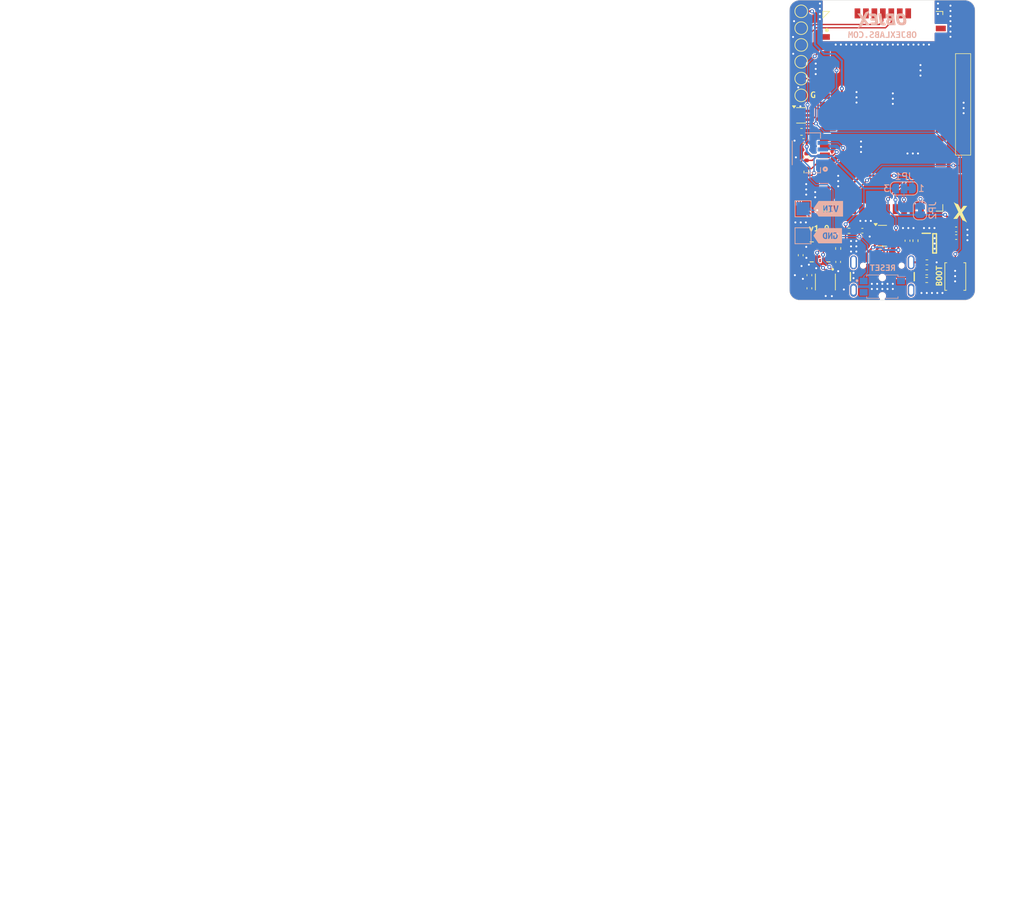
<source format=kicad_pcb>
(kicad_pcb (version 20240108) (generator "pcbnew") (generator_version "8.0")
  (layers (0 "F.Cu" signal) (31 "B.Cu" signal) (34 "B.Paste" user) (35 "F.Paste" user) (36 "B.SilkS" user "B.Silkscreen") (37 "F.SilkS" user "F.Silkscreen") (38 "B.Mask" user) (39 "F.Mask" user) (44 "Edge.Cuts" user))
  (net 0 "")
  (net 1 "+3V3")
  (net 2 "GND")
  (net 3 "+5V")
  (net 4 "/~{RESET}")
  (net 5 "Net-(IC1-RES_N)")
  (net 9 "/SCL")
  (net 10 "/SDA")
  (net 11 "Net-(IC2-EN)")
  (net 13 "Net-(J1-CC2)")
  (net 14 "Net-(J1-SHELL_GND-PadS1)")
  (net 15 "/D-")
  (net 16 "Net-(J1-CC1)")
  (net 18 "/D+")
  (net 20 "VIN")
  (net 21 "/VDD_RTC")
  (net 22 "Net-(JP2-B)")
  (net 23 "/DTR")
  (net 24 "/RTS")
  (net 25 "/GPIO0")
  (net 28 "/TXD")
  (net 29 "/RXD")
  (net 46 "/REED_SWITCH")
  (footprint "TestPoint:TestPoint_Pad_D1.5mm" (layer "F.Cu") (at 135.425 70.325 -90)
    (property "Reference" "TP5" (hide yes))
    (property "Value" "DTR")
  )
  (footprint "TestPoint:TestPoint_Pad_D1.5mm" (layer "F.Cu") (at 135.425 62.75 -90)
    (property "Reference" "TP2" (hide yes))
    (property "Value" "TX")
  )
  (footprint "Fiducial:Fiducial_0.5mm_Mask1mm" (layer "F.Cu") (at 135.175 102.025)
    (property "Reference" "FID2" (hide yes))
    (property "Value" "Fiducial")
  )
  (footprint "Resistor_SMD:R_0402_1005Metric" (layer "F.Cu") (at 142.6 93.175)
    (property "Reference" "R8" (hide yes))
    (property "Value" "10K")
  )
  (footprint "Button_Switch_SMD:SW_Push_SPST_NO_Alps_SKRK" (layer "F.Cu") (at 158.55 100.05 90)
    (property "Reference" "SW2" (hide yes))
    (property "Value" "BOOT")
  )
  (footprint "TestPoint:TestPoint_Pad_D1.5mm" (layer "F.Cu") (at 135.425 60.225 -90)
    (property "Reference" "TP1" (hide yes))
    (property "Value" "3V3")
  )
  (footprint "Resistor_SMD:R_0402_1005Metric" (layer "F.Cu") (at 154.265 100.575)
    (property "Reference" "R5" (hide yes))
    (property "Value" "5.1K")
  )
  (footprint "Capacitor_SMD:C_0402_1005Metric" (layer "F.Cu") (at 144.6 93.175)
    (property "Reference" "C8" (hide yes))
    (property "Value" "10uF")
  )
  (footprint "Resistor_SMD:R_0402_1005Metric" (layer "F.Cu") (at 154.285 97.925)
    (property "Reference" "R3" (hide yes))
    (property "Value" "1M")
  )
  (footprint "TestPoint:TestPoint_Pad_D1.5mm" (layer "F.Cu") (at 135.425 65.275 -90)
    (property "Reference" "TP3" (hide yes))
    (property "Value" "RX")
  )
  (footprint "Resistor_SMD:R_0402_1005Metric" (layer "F.Cu") (at 152.575 94.675 -90)
    (property "Reference" "R2" (hide yes))
    (property "Value" "10K")
  )
  (footprint "Resistor_SMD:R_0402_1005Metric" (layer "F.Cu") (at 140.975 95.84 90)
    (property "Reference" "R1" (hide yes))
    (property "Value" "10K")
  )
  (footprint "Resistor_SMD:R_0402_1005Metric" (layer "F.Cu") (at 154.265 99.425)
    (property "Reference" "R4" (hide yes))
    (property "Value" "5.1K")
  )
  (footprint "kibuzzard-667956CB" (layer "F.Cu") (at 137.2 72.75)
    (property "Reference" "kibuzzard-667956CB" (hide yes))
    (property "Value" "G***" (hide yes))
  )
  (footprint "Capacitor_SMD:C_0402_1005Metric" (layer "F.Cu") (at 158.68 92.975)
    (property "Reference" "C10" (hide yes))
    (property "Value" "10uF")
  )
  (footprint "Capacitor_SMD:C_0603_1608Metric" (layer "F.Cu") (at 135.475 78.325 180)
    (property "Reference" "C6" (hide yes))
    (property "Value" "22uF")
  )
  (footprint "Capacitor_SMD:C_0402_1005Metric" (layer "F.Cu") (at 158.685 94.125)
    (property "Reference" "C9" (hide yes))
    (property "Value" "1uF")
  )
  (footprint "lib:GCT_USB4105-GF-A" (layer "F.Cu") (at 147.6 102.1)
    (property "Reference" "J1" (hide yes))
    (property "Value" "USB4105-GF-A")
  )
  (footprint "Capacitor_SMD:C_0402_1005Metric" (layer "F.Cu") (at 151.375 94.675 -90)
    (property "Reference" "C5" (hide yes))
    (property "Value" "10uF")
  )
  (footprint "kibuzzard-667957A8" (layer "F.Cu") (at 138.075 92.8)
    (property "Reference" "kibuzzard-667957A8" (hide yes))
    (property "Value" "G***" (hide yes))
  )
  (footprint "Resistor_SMD:R_0402_1005Metric" (layer "F.Cu") (at 136.225 84.35 90)
    (property "Reference" "R6" (hide yes))
    (property "Value" "10K")
  )
  (footprint "lib:ZMOD4410AI1R" (layer "F.Cu") (at 138.25 96.35 180)
    (property "Reference" "IC1" (hide yes))
    (property "Value" "ZMOD4410AI1R" (hide yes))
  )
  (footprint "kibuzzard-66795660" (layer "F.Cu") (at 156.1 99.925 90)
    (property "Reference" "kibuzzard-66795660" (hide yes))
    (property "Value" "G***" (hide yes))
  )
  (footprint "TestPoint:TestPoint_Pad_D1.5mm" (layer "F.Cu") (at 135.425 67.8 -90)
    (property "Reference" "TP4" (hide yes))
    (property "Value" "RTS")
  )
  (footprint "Resistor_SMD:R_0402_1005Metric" (layer "F.Cu") (at 136.225 82.1 -90)
    (property "Reference" "R7" (hide yes))
    (property "Value" "10K")
  )
  (footprint "lib:MDSM4R1218" (layer "F.Cu") (at 159.725 74.205 90)
    (property "Reference" "S2" (hide yes))
    (property "Value" "MDSM-4R-12-18" (hide yes))
  )
  (footprint "TestPoint:TestPoint_Pad_D1.5mm" (layer "F.Cu") (at 135.425 72.85 -90)
    (property "Reference" "TP6" (hide yes))
    (property "Value" "GND")
  )
  (footprint "Capacitor_SMD:C_0402_1005Metric" (layer "F.Cu") (at 140.975 97.86 -90)
    (property "Reference" "C2" (hide yes))
    (property "Value" "1uF")
  )
  (footprint "Capacitor_SMD:C_0402_1005Metric" (layer "F.Cu") (at 135.775 79.7 180)
    (property "Reference" "C7" (hide yes))
    (property "Value" "1uF")
  )
  (footprint "libMaster:Xlogo" (layer "F.Cu") (at 159.3 90.425 180)
    (property "Reference" "G***" (hide yes))
    (property "Value" "LOGO" (hide yes))
  )
  (footprint "lib:XDCR_HS3001" (layer "F.Cu") (at 139.05 100.875 -90)
    (property "Reference" "U1" (hide yes))
    (property "Value" "HS3001")
  )
  (footprint "lib:SOT94P280X100-5N" (layer "F.Cu") (at 155.45 95.075)
    (property "Reference" "IC2" (hide yes))
    (property "Value" "RT9080-33GJ5" (hide yes))
  )
  (footprint "Capacitor_SMD:C_0402_1005Metric" (layer "F.Cu") (at 136.65 101.82 90)
    (property "Reference" "C4" (hide yes))
    (property "Value" "0.1uF")
  )
  (footprint "lib:ELPM-S3XX" (layer "F.Cu") (at 147.75 75.715 -90)
    (property "Reference" "U2" (hide yes))
    (property "Value" "ELPM-S3LW")
  )
  (footprint "Package_TO_SOT_SMD:SOT-143" (layer "F.Cu") (at 147.6 93.925)
    (property "Reference" "D1" (hide yes))
    (property "Value" "SP0503BAHT")
  )
  (footprint "Capacitor_SMD:C_0402_1005Metric" (layer "F.Cu") (at 136.65 99.845 -90)
    (property "Reference" "C3" (hide yes))
    (property "Value" "0.1uF")
  )
  (footprint "Package_TO_SOT_SMD:SOT-363_SC-70-6" (layer "F.Cu") (at 135.425 75.85)
    (property "Reference" "Q1" (hide yes))
    (property "Value" "MUN5211DW1")
  )
  (footprint "Fiducial:Fiducial_0.5mm_Mask1mm" (layer "F.Cu") (at 159.975 60.125)
    (property "Reference" "FID1" (hide yes))
    (property "Value" "Fiducial")
  )
  (footprint "Capacitor_SMD:C_0402_1005Metric" (layer "F.Cu") (at 135.35 96.85 -90)
    (property "Reference" "C1" (hide yes))
    (property "Value" "10uF")
  )
  (footprint "lib:JST_SM04B-SRSS-TB(LF)(SN)" (layer "B.Cu") (at 138.65 81.475 90)
    (property "Reference" "J3" (hide yes))
    (property "Value" "SM04B-SRSS-TB(LF)(SN)")
  )
  (footprint "kibuzzard-667956E6" (layer "B.Cu") (at 139.475 89.875 180)
    (property "Reference" "kibuzzard-667956E6" (hide yes))
    (property "Value" "G***" (hide yes))
  )
  (footprint "Jumper:SolderJumper-3_P1.3mm_Bridged12_RoundedPad1.0x1.5mm_NumberLabels" (layer "B.Cu") (at 150.85 86.825 180)
    (property "Reference" "JP1")
    (property "Value" "SolderJumper_3_Bridged12")
  )
  (footprint "TestPoint:TestPoint_Pad_2.0x2.0mm" (layer "B.Cu") (at 135.7 89.875 180)
    (property "Reference" "TP7" (hide yes))
    (property "Value" "BATT")
  )
  (footprint "Jumper:SolderJumper-2_P1.3mm_Bridged_RoundedPad1.0x1.5mm" (layer "B.Cu") (at 153.25 90.125 90)
    (property "Reference" "JP2")
    (property "Value" "SolderJumper_2_Bridged")
  )
  (footprint "kibuzzard-66795678" (layer "B.Cu") (at 147.625 98.725 180)
    (property "Reference" "kibuzzard-66795678" (hide yes))
    (property "Value" "G***" (hide yes))
  )
  (footprint "LOGO" (layer "B.Cu") (at 147.5 61.425 180)
    (property "Reference" "G***" (hide yes))
    (property "Value" "LOGO" (hide yes))
  )
  (footprint "lib:436331045822" (layer "B.Cu") (at 147.6 101.575 180)
    (property "Reference" "S1" (hide yes))
    (property "Value" "436331045822" (hide yes))
  )
  (footprint "kibuzzard-6676ECD5" (layer "B.Cu") (at 139.4 93.925 180)
    (property "Reference" "kibuzzard-6676ECD5" (hide yes))
    (property "Value" "G***" (hide yes))
  )
  (footprint "TestPoint:TestPoint_Pad_2.0x2.0mm" (layer "B.Cu") (at 135.7 93.925 180)
    (property "Reference" "TP8" (hide yes))
    (property "Value" "GND")
  )
  (footprint "kibuzzard-64D611C7" (layer "B.Cu") (at 147.6 63.725 180)
    (property "Reference" "kibuzzard-64D611C7" (hide yes))
    (property "Value" "G***" (hide yes))
  )
  (gr_arc (start 161.5 102.075) (mid 161.06066 103.13566) (end 160 103.575) (stroke (width 0.05)) (layer "Edge.Cuts"))
  (gr_arc (start 133.675 60.075) (mid 134.11434 59.01434) (end 135.175 58.575) (stroke (width 0.05)) (layer "Edge.Cuts"))
  (gr_line (start 161.5 60.075) (end 161.5 102.075) (stroke (width 0.05)) (layer "Edge.Cuts"))
  (gr_line (start 133.675 102.075) (end 133.675 60.075) (stroke (width 0.05)) (layer "Edge.Cuts"))
  (gr_arc (start 160 58.575) (mid 161.06066 59.01434) (end 161.5 60.075) (stroke (width 0.05)) (layer "Edge.Cuts"))
  (gr_line (start 160 103.575) (end 135.175 103.575) (stroke (width 0.05)) (layer "Edge.Cuts"))
  (gr_line (start 135.175 58.575) (end 160 58.575) (stroke (width 0.05)) (layer "Edge.Cuts"))
  (gr_arc (start 135.175 103.575) (mid 134.11434 103.13566) (end 133.675 102.075) (stroke (width 0.05)) (layer "Edge.Cuts"))
  (segment (start 134.88 96.37) (end 134.7 96.55) (width 0.2) (layer "F.Cu") (net 1))
  (segment (start 137.6 101.925) (end 138.05 101.925) (width 0.2) (layer "F.Cu") (net 1))
  (segment (start 136.25 80.55) (end 136.25 79.705) (width 0.3) (layer "F.Cu") (net 1))
  (segment (start 135.37 96.35) (end 135.35 96.37) (width 0.2) (layer "F.Cu") (net 1))
  (segment (start 135.35 96.37) (end 134.88 96.37) (width 0.2) (layer "F.Cu") (net 1))
  (segment (start 158.205 94.125) (end 158.205 92.98) (width 0.3) (layer "F.Cu") (net 1))
  (segment (start 140.975 96.35) (end 141.6 96.35) (width 0.2) (layer "F.Cu") (net 1))
  (segment (start 158.195 94.135) (end 158.205 94.125) (width 0.3) (layer "F.Cu") (net 1))
  (segment (start 136.25 79.705) (end 136.255 79.7) (width 0.3) (layer "F.Cu") (net 1))
  (segment (start 139.55 94.575) (end 140.95 93.175) (width 0.2) (layer "F.Cu") (net 1))
  (segment (start 140.95 93.175) (end 142.09 93.175) (width 0.2) (layer "F.Cu") (net 1))
  (segment (start 136.99 84.86) (end 137.35 84.5) (width 0.2) (layer "F.Cu") (net 1))
  (segment (start 134.7 98.975) (end 135.09 99.365) (width 0.2) (layer "F.Cu") (net 1))
  (segment (start 140.975 96.35) (end 140.975 97.38) (width 0.2) (layer "F.Cu") (net 1))
  (segment (start 142.09 95.86) (end 142.09 93.175) (width 0.2) (layer "F.Cu") (net 1))
  (segment (start 142.09 100.085) (end 142.09 95.86) (width 0.2) (layer "F.Cu") (net 1))
  (segment (start 142.09 93.175) (end 142.09 92.21) (width 0.2) (layer "F.Cu") (net 1))
  (segment (start 136.225 80.575) (end 136.25 80.55) (width 0.2) (layer "F.Cu") (net 1))
  (segment (start 140.945 97.35) (end 140.975 97.38) (width 0.2) (layer "F.Cu") (net 1))
  (segment (start 136.65 99.365) (end 137.14 99.365) (width 0.2) (layer "F.Cu") (net 1))
  (segment (start 135.425 60.225) (end 137.05 60.225) (width 0.3) (layer "F.Cu") (net 1))
  (segment (start 140.505 78.045) (end 141.524992 77.025008) (width 0.3) (layer "F.Cu") (net 1))
  (segment (start 136.95 96.35) (end 135.37 96.35) (width 0.2) (layer "F.Cu") (net 1))
  (segment (start 158.2 92.975) (end 158.2 91.950002) (width 0.3) (layer "F.Cu") (net 1))
  (segment (start 135.09 99.365) (end 136.65 99.365) (width 0.2) (layer "F.Cu") (net 1))
  (segment (start 137.225 102.3) (end 137.6 101.925) (width 0.2) (layer "F.Cu") (net 1))
  (segment (start 138.9 101.075) (end 141.1 101.075) (width 0.2) (layer "F.Cu") (net 1))
  (segment (start 136.255 78.33) (end 136.25 78.325) (width 0.3) (layer "F.Cu") (net 1))
  (segment (start 137.35 84.55) (end 137.35 84.5) (width 0.2) (layer "F.Cu") (net 1))
  (segment (start 136.225 84.86) (end 136.99 84.86) (width 0.2) (layer "F.Cu") (net 1))
  (segment (start 156.7 94.135) (end 158.195 94.135) (width 0.3) (layer "F.Cu") (net 1))
  (segment (start 141.6 96.35) (end 142.09 95.86) (width 0.2) (layer "F.Cu") (net 1))
  (segment (start 138.05 101.925) (end 138.9 101.075) (width 0.2) (layer "F.Cu") (net 1))
  (segment (start 149.59 88.54) (end 149.575 88.525) (width 0.3) (layer "F.Cu") (net 1))
  (segment (start 158.2 91.950002) (end 157.024998 90.775) (width 0.3) (layer "F.Cu") (net 1))
  (segment (start 137.14 99.365) (end 137.6 99.825) (width 0.2) (layer "F.Cu") (net 1))
  (segment (start 149.59 90.135) (end 149.59 88.54) (width 0.3) (layer "F.Cu") (net 1))
  (segment (start 136.225 81.59) (end 136.225 80.575) (width 0.2) (layer "F.Cu") (net 1))
  (segment (start 137.6 99.825) (end 138.05 99.825) (width 0.2) (layer "F.Cu") (net 1))
  (segment (start 134.7 96.55) (end 134.7 98.975) (width 0.2) (layer "F.Cu") (net 1))
  (segment (start 136.65 102.3) (end 137.225 102.3) (width 0.2) (layer "F.Cu") (net 1))
  (segment (start 136.525 78.05) (end 138.77 78.05) (width 0.3) (layer "F.Cu") (net 1))
  (segment (start 141.524992 77.025008) (end 141.524992 71.825004) (width 0.3) (layer "F.Cu") (net 1))
  (segment (start 138.05 99.825) (end 138.05 101.925) (width 0.2) (layer "F.Cu") (net 1))
  (segment (start 138.77 78.05) (end 138.775 78.045) (width 0.3) (layer "F.Cu") (net 1))
  (segment (start 158.205 92.98) (end 158.2 92.975) (width 0.3) (layer "F.Cu") (net 1))
  (segment (start 139.55 95.35) (end 139.55 94.575) (width 0.2) (layer "F.Cu") (net 1))
  (segment (start 141.1 101.075) (end 142.09 100.085) (width 0.2) (layer "F.Cu") (net 1))
  (segment (start 138.775 78.045) (end 140.505 78.045) (width 0.3) (layer "F.Cu") (net 1))
  (segment (start 139.55 97.35) (end 140.945 97.35) (width 0.2) (layer "F.Cu") (net 1))
  (segment (start 136.255 79.7) (end 136.255 78.33) (width 0.3) (layer "F.Cu") (net 1))
  (via (at 157.024998 90.775) (size 0.6) (drill 0.3) (layers "F.Cu" "B.Cu") (net 1))
  (via (at 137.05 60.225) (size 0.6) (drill 0.3) (layers "F.Cu" "B.Cu") (net 1))
  (via (at 149.575 88.525) (size 0.6) (drill 0.3) (layers "F.Cu" "B.Cu") (net 1))
  (via (at 142.090002 92.209999) (size 0.6) (drill 0.3) (layers "F.Cu" "B.Cu") (net 1))
  (via (at 136.25 80.55) (size 0.6) (drill 0.3) (layers "F.Cu" "B.Cu") (net 1))
  (via (at 141.524992 71.825004) (size 0.6) (drill 0.3) (layers "F.Cu" "B.Cu") (net 1))
  (via (at 137.35 84.5) (size 0.6) (drill 0.3) (layers "F.Cu" "B.Cu") (net 1))
  (segment (start 142.090002 92.209999) (end 144.83505 89.464951) (width 0.2) (layer "B.Cu") (net 1))
  (segment (start 137.35 82.4) (end 137.775 81.975) (width 0.2) (layer "B.Cu") (net 1))
  (segment (start 141.524992 71.825004) (end 141.524992 67.649992) (width 0.3) (layer "B.Cu") (net 1))
  (segment (start 138.85 66.6) (end 137.475 65.225) (width 0.3) (layer "B.Cu") (net 1))
  (segment (start 136.925 81.975) (end 136.475 81.525) (width 0.3) (layer "B.Cu") (net 1))
  (segment (start 136.475 81.525) (end 136.25 81.3) (width 0.3) (layer "B.Cu") (net 1))
  (segment (start 153.25 90.775) (end 150.225 90.775) (width 0.3) (layer "B.Cu") (net 1))
  (segment (start 137.35 82.4) (end 137.35 84.5) (width 0.2) (layer "B.Cu") (net 1))
  (segment (start 149.55 88.5) (end 149.575 88.525) (width 0.3) (layer "B.Cu") (net 1))
  (segment (start 149.55 86.825) (end 144.83505 86.825) (width 0.3) (layer "B.Cu") (net 1))
  (segment (start 153.25 90.775) (end 157.024998 90.775) (width 0.3) (layer "B.Cu") (net 1))
  (segment (start 150.225 90.775) (end 149.575 90.125) (width 0.3) (layer "B.Cu") (net 1))
  (segment (start 149.55 86.825) (end 149.55 88.5) (width 0.3) (layer "B.Cu") (net 1))
  (segment (start 144.83505 89.464951) (end 144.83505 86.825) (width 0.2) (layer "B.Cu") (net 1))
  (segment (start 140.475 66.6) (end 138.85 66.6) (width 0.3) (layer "B.Cu") (net 1))
  (segment (start 144.83505 86.825) (end 139.98505 81.975) (width 0.3) (layer "B.Cu") (net 1))
  (segment (start 141.524992 67.649992) (end 140.475 66.6) (width 0.3) (layer "B.Cu") (net 1))
  (segment (start 138.65 81.975) (end 136.925 81.975) (width 0.3) (layer "B.Cu") (net 1))
  (segment (start 137.475 65.225) (end 137.475 60.65) (width 0.3) (layer "B.Cu") (net 1))
  (segment (start 139.98505 81.975) (end 138.65 81.975) (width 0.3) (layer "B.Cu") (net 1))
  (segment (start 149.575 90.125) (end 149.575 88.525) (width 0.3) (layer "B.Cu") (net 1))
  (segment (start 137.775 81.975) (end 138.65 81.975) (width 0.2) (layer "B.Cu") (net 1))
  (segment (start 136.25 81.3) (end 136.25 80.55) (width 0.3) (layer "B.Cu") (net 1))
  (segment (start 137.475 60.65) (end 137.05 60.225) (width 0.3) (layer "B.Cu") (net 1))
  (via (at 138.225 59.05) (size 0.6) (drill 0.3) (layers "F.Cu" "B.Cu") (net 2))
  (via (at 154.275 102.525) (size 0.6) (drill 0.3) (layers "F.Cu" "B.Cu") (net 2))
  (via (at 135.475 98.475) (size 0.6) (drill 0.3) (layers "F.Cu" "B.Cu") (net 2))
  (via (at 158.525 99.2) (size 0.6) (drill 0.3) (layers "F.Cu" "B.Cu") (net 2))
  (via (at 144.5 65.225) (size 0.6) (drill 0.3) (layers "F.Cu" "B.Cu") (net 2))
  (via (at 140.975 85.725) (size 0.6) (drill 0.3) (layers "F.Cu" "B.Cu") (net 2))
  (via (at 153.85 92.775) (size 0.6) (drill 0.3) (layers "F.Cu" "B.Cu") (net 2))
  (via (at 155.45 95.875) (size 0.6) (drill 0.3) (layers "F.Cu" "B.Cu") (net 2))
  (via (at 134.475 99.85) (size 0.6) (drill 0.3) (layers "F.Cu" "B.Cu") (net 2))
  (via (at 154.65 92.775) (size 0.6) (drill 0.3) (layers "F.Cu" "B.Cu") (net 2))
  (via (at 138.225 60.625) (size 0.6) (drill 0.3) (layers "F.Cu" "B.Cu") (net 2))
  (via (at 151.375 81.575) (size 0.6) (drill 0.3) (layers "F.Cu" "B.Cu") (net 2))
  (via (at 157.825 61.7) (size 0.6) (drill 0.3) (layers "F.Cu" "B.Cu") (net 2))
  (via (at 145.875 91.7) (size 0.6) (drill 0.3) (layers "F.Cu" "B.Cu") (net 2))
  (via (at 153.025 65.225) (size 0.6) (drill 0.3) (layers "F.Cu" "B.Cu") (net 2))
  (via (at 134.2 64.075) (size 0.6) (drill 0.3) (layers "F.Cu" "B.Cu") (net 2))
  (via (at 146.825 101.15) (size 0.6) (drill 0.3) (layers "F.Cu" "B.Cu") (net 2))
  (via (at 147.6 101.925) (size 0.6) (drill 0.3) (layers "F.Cu" "B.Cu") (net 2))
  (via (at 136.2 97.25) (size 0.6) (drill 0.3) (layers "F.Cu" "B.Cu") (net 2))
  (via (at 137.6 68.075) (size 0.6) (drill 0.3) (layers "F.Cu" "B.Cu") (net 2))
  (via (at 149.175 73.35) (size 0.6) (drill 0.3) (layers "F.Cu" "B.Cu") (net 2))
  (via (at 144.4 81.35) (size 0.6) (drill 0.3) (layers "F.Cu" "B.Cu") (net 2))
  (via (at 146.825 101.925) (size 0.6) (drill 0.3) (layers "F.Cu" "B.Cu") (net 2))
  (via (at 140.975 84.925) (size 0.6) (drill 0.3) (layers "F.Cu" "B.Cu") (net 2))
  (via (at 142.9 95.525) (size 0.6) (drill 0.3) (layers "F.Cu" "B.Cu") (net 2))
  (via (at 137.6 69.65) (size 0.6) (drill 0.3) (layers "F.Cu" "B.Cu") (net 2))
  (via (at 155.45 95.1) (size 0.6) (drill 0.3) (layers "F.Cu" "B.Cu") (net 2))
  (via (at 136.175 86.975) (size 0.6) (drill 0.3) (layers "F.Cu" "B.Cu") (net 2))
  (via (at 157.825 60.175) (size 0.6) (drill 0.3) (layers "F.Cu" "B.Cu") (net 2))
  (via (at 140.975 99.25) (size 0.6) (drill 0.3) (layers "F.Cu" "B.Cu") (net 2))
  (via (at 155.05 102.525) (size 0.6) (drill 0.3) (layers "F.Cu" "B.Cu") (net 2))
  (via (at 138.225 59.85) (size 0.6) (drill 0.3) (layers "F.Cu" "B.Cu") (net 2))
  (via (at 148.4 65.225) (size 0.6) (drill 0.3) (layers "F.Cu" "B.Cu") (net 2))
  (via (at 155.75 97.925) (size 0.6) (drill 0.3) (layers "F.Cu" "B.Cu") (net 2))
  (via (at 153.325 69.1) (size 0.6) (drill 0.3) (layers "F.Cu" "B.Cu") (net 2))
  (via (at 146.075 65.225) (size 0.6) (drill 0.3) (layers "F.Cu" "B.Cu") (net 2))
  (via (at 143.725 72.35) (size 0.6) (drill 0.3) (layers "F.Cu" "B.Cu") (net 2))
  (via (at 152.175 81.575) (size 0.6) (drill 0.3) (layers "F.Cu" "B.Cu") (net 2))
  (via (at 152.275 92.775) (size 0.6) (drill 0.3) (layers "F.Cu" "B.Cu") (net 2))
  (via (at 147.6 65.225) (size 0.6) (drill 0.3) (layers "F.Cu" "B.Cu") (net 2))
  (via (at 149.175 101.15) (size 0.6) (drill 0.3) (layers "F.Cu" "B.Cu") (net 2))
  (via (at 153.8 65.225) (size 0.6) (drill 0.3) (layers "F.Cu" "B.Cu") (net 2))
  (via (at 155.425 92.775) (size 0.6) (drill 0.3) (layers "F.Cu" "B.Cu") (net 2))
  (via (at 157.825 63.275) (size 0.6) (drill 0.3) (layers "F.Cu" "B.Cu") (net 2))
  (via (at 141.375 65.225) (size 0.6) (drill 0.3) (layers "F.Cu" "B.Cu") (net 2))
  (via (at 144.4 79.775) (size 0.6) (drill 0.3) (layers "F.Cu" "B.Cu") (net 2))
  (via (at 146.825 65.225) (size 0.6) (drill 0.3) (layers "F.Cu" "B.Cu") (net 2))
  (via (at 143.725 65.225) (size 0.6) (drill 0.3) (layers "F.Cu" "B.Cu") (net 2))
  (via (at 159.8 73.95) (size 0.6) (drill 0.3) (layers "F.Cu" "B.Cu") (net 2))
  (via (at 149.925 65.225) (size 0.6) (drill 0.3) (layers "F.Cu" "B.Cu") (net 2))
  (via (at 153.325 69.875) (size 0.6) (drill 0.3) (layers "F.Cu" "B.Cu") (net 2))
  (via (at 150.7 65.225) (size 0.6) (drill 0.3) (layers "F.Cu" "B.Cu") (net 2))
  (via (at 142.175 65.225) (size 0.6) (drill 0.3) (layers "F.Cu" "B.Cu") (net 2))
  (via (at 148.375 101.15) (size 0.6) (drill 0.3) (layers "F.Cu" "B.Cu") (net 2))
  (via (at 149.175 74.125) (size 0.6) (drill 0.3) (layers "F.Cu" "B.Cu") (net 2))
  (via (at 158.525 100) (size 0.6) (drill 0.3) (layers "F.Cu" "B.Cu") (net 2))
  (via (at 156.625 102.525) (size 0.6) (drill 0.3) (layers "F.Cu" "B.Cu") (net 2))
  (via (at 155.45 94.3) (size 0.6) (drill 0.3) (layers "F.Cu" "B.Cu") (net 2))
  (via (at 135.675 100.4) (size 0.6) (drill 0.3) (layers "F.Cu" "B.Cu") (net 2))
  (via (at 136.575 98.275) (size 0.6) (drill 0.3) (layers "F.Cu" "B.Cu") (net 2))
  (via (at 152.95 81.575) (size 0.6) (drill 0.3) (layers "F.Cu" "B.Cu") (net 2))
  (via (at 134.425 79.65) (size 0.6) (drill 0.3) (layers "F.Cu" "B.Cu") (net 2))
  (via (at 157.825 60.95) (size 0.6) (drill 0.3) (layers "F.Cu" "B.Cu") (net 2))
  (via (at 137.525 88.15) (size 0.6) (drill 0.3) (layers "F.Cu" "B.Cu") (net 2))
  (via (at 143.275 100.3) (size 0.6) (drill 0.3) (layers "F.Cu" "B.Cu") (net 2))
  (via (at 153.475 102.525) (size 0.6) (drill 0.3) (layers "F.Cu" "B.Cu") (net 2))
  (via (at 143.725 73.15) (size 0.6) (drill 0.3) (layers "F.Cu" "B.Cu") (net 2))
  (via (at 134.625 82.15) (size 0.6) (drill 0.3) (layers "F.Cu" "B.Cu") (net 2))
  (via (at 153.325 68.3) (size 0.6) (drill 0.3) (layers "F.Cu" "B.Cu") (net 2))
  (via (at 148.375 101.925) (size 0.6) (drill 0.3) (layers "F.Cu" "B.Cu") (net 2))
  (via (at 136.125 91.925) (size 0.6) (drill 0.3) (layers "F.Cu" "B.Cu") (net 2))
  (via (at 149.175 65.225) (size 0.6) (drill 0.3) (layers "F.Cu" "B.Cu") (net 2))
  (via (at 137.525 87.375) (size 0.6) (drill 0.3) (layers "F.Cu" "B.Cu") (net 2))
  (via (at 150.7 92.775) (size 0.6) (drill 0.3) (layers "F.Cu" "B.Cu") (net 2))
  (via (at 151.5 92.775) (size 0.6) (drill 0.3) (layers "F.Cu" "B.Cu") (net 2))
  (via (at 140.975 86.5) (size 0.6) (drill 0.3) (layers "F.Cu" "B.Cu") (net 2))
  (via (at 145.7 94.05) (size 0.6) (drill 0.3) (layers "F.Cu" "B.Cu") (net 2))
  (via (at 143.725 73.925) (size 0.6) (drill 0.3) (layers "F.Cu" "B.Cu") (net 2))
  (via (at 142.95 65.225) (size 0.6) (drill 0.3) (layers "F.Cu" "B.Cu") (net 2))
  (via (at 143.7 96.3) (size 0.6) (drill 0.3) (layers "F.Cu" "B.Cu") (net 2))
  (via (at 158.525 100.775) (size 0.6) (drill 0.3) (layers "F.Cu" "B.Cu") (net 2))
  (via (at 147.6 101.15) (size 0.6) (drill 0.3) (layers "F.Cu" "B.Cu") (net 2))
  (via (at 155.85 102.525) (size 0.6) (drill 0.3) (layers "F.Cu" "B.Cu") (net 2))
  (via (at 154.6 65.225) (size 0.6) (drill 0.3) (layers "F.Cu" "B.Cu") (net 2))
  (via (at 135.35 91.925) (size 0.6) (drill 0.3) (layers "F.Cu" "B.Cu") (net 2))
  (via (at 134.35 61.7) (size 0.6) (drill 0.3) (layers "F.Cu" "B.Cu") (net 2))
  (via (at 159.8 74.75) (size 0.6) (drill 0.3) (layers "F.Cu" "B.Cu") (net 2))
  (via (at 159.8 75.525) (size 0.6) (drill 0.3) (layers "F.Cu" "B.Cu") (net 2))
  (via (at 134.975 71.65) (size 0.6) (drill 0.3) (layers "F.Cu" "B.Cu") (net 2))
  (via (at 142.9 96.3) (size 0.6) (drill 0.3) (layers "F.Cu" "B.Cu") (net 2))
  (via (at 160.375 93.825) (size 0.6) (drill 0.3) (layers "F.Cu" "B.Cu") (net 2))
  (via (at 138.225 61.4) (size 0.6) (drill 0.3) (layers "F.Cu" "B.Cu") (net 2))
  (via (at 149.175 72.55) (size 0.6) (drill 0.3) (layers "F.Cu" "B.Cu") (net 2))
  (via (at 145.1 91.7) (size 0.6) (drill 0.3) (layers "F.Cu" "B.Cu") (net 2))
  (via (at 141.825 102) (size 0.6) (drill 0.3) (layers "F.Cu" "B.Cu") (net 2))
  (via (at 134.225 66.6) (size 0.6) (drill 0.3) (layers "F.Cu" "B.Cu") (net 2))
  (via (at 139.1 102.975) (size 0.6) (drill 0.3) (layers "F.Cu" "B.Cu") (net 2))
  (via (at 136.175 95.6) (size 0.6) (drill 0.3) (layers "F.Cu" "B.Cu") (net 2))
  (via (at 160.375 94.6) (size 0.6) (drill 0.3) (layers "F.Cu" "B.Cu") (net 2))
  (via (at 152.275 65.225) (size 0.6) (drill 0.3) (layers "F.Cu" "B.Cu") (net 2))
  (via (at 134.55 91.925) (size 0.6) (drill 0.3) (layers "F.Cu" "B.Cu") (net 2))
  (via (at 157.825 62.475) (size 0.6) (drill 0.3) (layers "F.Cu" "B.Cu") (net 2))
  (via (at 144.4 80.575) (size 0.6) (drill 0.3) (layers "F.Cu" "B.Cu") (net 2))
  (via (at 137.675 98.8) (size 0.6) (drill 0.3) (layers "F.Cu" "B.Cu") (net 2))
  (via (at 140.6 65.225) (size 0.6) (drill 0.3) (layers "F.Cu" "B.Cu") (net 2))
  (via (at 136.175 87.75) (size 0.6) (drill 0.3) (layers "F.Cu" "B.Cu") (net 2))
  (via (at 146.025 101.15) (size 0.6) (drill 0.3) (layers "F.Cu" "B.Cu") (net 2))
  (via (at 143.7 94.725) (size 0.6) (drill 0.3) (layers "F.Cu" "B.Cu") (net 2))
  (via (at 160.375 93.025) (size 0.6) (drill 0.3) (layers "F.Cu" "B.Cu") (net 2))
  (via (at 136.175 86.175) (size 0.6) (drill 0.3) (layers "F.Cu" "B.Cu") (net 2))
  (via (at 146.025 101.925) (size 0.6) (drill 0.3) (layers "F.Cu" "B.Cu") (net 2))
  (via (at 140.025 103) (size 0.6) (drill 0.3) (layers "F.Cu" "B.Cu") (net 2))
  (via (at 145.3 65.225) (size 0.6) (drill 0.3) (layers "F.Cu" "B.Cu") (net 2))
  (via (at 157.825 59.375) (size 0.6) (drill 0.3) (layers "F.Cu" "B.Cu") (net 2))
  (via (at 151.5 65.225) (size 0.6) (drill 0.3) (layers "F.Cu" "B.Cu") (net 2))
  (via (at 135.3 74.5) (size 0.6) (drill 0.3) (layers "F.Cu" "B.Cu") (net 2))
  (via (at 144.3 91.7) (size 0.6) (drill 0.3) (layers "F.Cu" "B.Cu") (net 2))
  (via (at 143.275 99.5) (size 0.6) (drill 0.3) (layers "F.Cu" "B.Cu") (net 2))
  (via (at 149.175 101.925) (size 0.6) (drill 0.3) (layers "F.Cu" "B.Cu") (net 2))
  (via (at 155.95 59.85) (size 0.6) (drill 0.3) (layers "F.Cu" "B.Cu") (net 2))
  (via (at 155.95 60.625) (size 0.6) (drill 0.3) (layers "F.Cu" "B.Cu") (net 2))
  (via (at 142.9 94.725) (size 0.6) (drill 0.3) (layers "F.Cu" "B.Cu") (net 2))
  (via (at 143.7 95.525) (size 0.6) (drill 0.3) (layers "F.Cu" "B.Cu") (net 2))
  (via (at 155.95 59.05) (size 0.6) (drill 0.3) (layers "F.Cu" "B.Cu") (net 2))
  (via (at 157.825 64.05) (size 0.6) (drill 0.3) (layers "F.Cu" "B.Cu") (net 2))
  (via (at 137.6 68.875) (size 0.6) (drill 0.3) (layers "F.Cu" "B.Cu") (net 2))
  (segment (start 150 94.875) (end 150.68 94.195) (width 0.3) (layer "F.Cu") (net 3))
  (segment (start 146.2 95.675) (end 146.2 95.625) (width 0.3) (layer "F.Cu") (net 3))
  (segment (start 146.6 95.225) (end 146.6 94.875) (width 0.3) (layer "F.Cu") (net 3))
  (segment (start 150 97.345) (end 150 96.075) (width 0.3) (layer "F.Cu") (net 3))
  (segment (start 152.575 94.165) (end 154.17 94.165) (width 0.3) (layer "F.Cu") (net 3))
  (segment (start 152.545 94.195) (end 152.575 94.165) (width 0.3) (layer "F.Cu") (net 3))
  (segment (start 150.68 94.195) (end 151.375 94.195) (width 0.3) (layer "F.Cu") (net 3))
  (segment (start 154.17 94.165) (end 154.2 94.135) (width 0.3) (layer "F.Cu") (net 3))
  (segment (start 151.375 94.195) (end 152.545 94.195) (width 0.3) (layer "F.Cu") (net 3))
  (segment (start 146.2 95.625) (end 146.6 95.225) (width 0.3) (layer "F.Cu") (net 3))
  (segment (start 150 96.075) (end 150 94.875) (width 0.3) (layer "F.Cu") (net 3))
  (segment (start 146.15 95.675) (end 146.2 95.675) (width 0.3) (layer "F.Cu") (net 3))
  (segment (start 145.2 97.345) (end 145.2 96.625) (width 0.3) (layer "F.Cu") (net 3))
  (segment (start 145.2 96.625) (end 146.15 95.675) (width 0.3) (layer "F.Cu") (net 3))
  (via (at 150 96.075) (size 0.6) (drill 0.3) (layers "F.Cu" "B.Cu") (net 3))
  (via (at 146.2 95.675) (size 0.6) (drill 0.3) (layers "F.Cu" "B.Cu") (net 3))
  (segment (start 147.475 95.675) (end 147.875 96.075) (width 0.3) (layer "B.Cu") (net 3))
  (segment (start 146.2 95.675) (end 147.475 95.675) (width 0.3) (layer "B.Cu") (net 3))
  (segment (start 147.875 96.075) (end 150 96.075) (width 0.3) (layer "B.Cu") (net 3))
  (segment (start 137.45 66.95) (end 137.45 66.975) (width 0.2) (layer "F.Cu") (net 4))
  (segment (start 137.425 66.975) (end 137.45 66.95) (width 0.2) (layer "F.Cu") (net 4))
  (segment (start 136.375 75.2) (end 136.375 74.25) (width 0.2) (layer "F.Cu") (net 4))
  (segment (start 138.775 66.615) (end 137.785 66.615) (width 0.2) (layer "F.Cu") (net 4))
  (segment (start 143.11 93.175) (end 144.12 93.175) (width 0.2) (layer "F.Cu") (net 4))
  (segment (start 137.785 66.615) (end 137.45 66.95) (width 0.2) (layer "F.Cu") (net 4))
  (segment (start 144.12 93.175) (end 144.12 94.02) (width 0.2) (layer "F.Cu") (net 4))
  (segment (start 137.45 66.975) (end 137.425 66.975) (width 0.2) (layer "F.Cu") (net 4))
  (segment (start 144.12 94.02) (end 144.15 94.05) (width 0.2) (layer "F.Cu") (net 4))
  (segment (start 136.375 74.25) (end 136.375003 74.249997) (width 0.2) (layer "F.Cu") (net 4))
  (via (at 144.15 94.05) (size 0.6) (drill 0.3) (layers "F.Cu" "B.Cu") (net 4))
  (via (at 136.375003 74.249997) (size 0.6) (drill 0.3) (layers "F.Cu" "B.Cu") (net 4))
  (via (at 137.45 66.975) (size 0.6) (drill 0.3) (layers "F.Cu" "B.Cu") (net 4))
  (segment (start 136.375 74.249994) (end 136.375003 74.249997) (width 0.2) (layer "B.Cu") (net 4))
  (segment (start 136.725 83.6625) (end 135.475 82.4125) (width 0.2) (layer "B.Cu") (net 4))
  (segment (start 135.475 80.45) (end 136.375003 79.549997) (width 0.2) (layer "B.Cu") (net 4))
  (segment (start 140.2 87.1) (end 139.3625 86.2625) (width 0.2) (layer "B.Cu") (net 4))
  (segment (start 145.375 95.275) (end 144.15 94.05) (width 0.2) (layer "B.Cu") (net 4))
  (segment (start 140.2 92.75) (end 140.2 87.1) (width 0.2) (layer "B.Cu") (net 4))
  (segment (start 139.3625 86.2625) (end 137.5875 86.2625) (width 0.2) (layer "B.Cu") (net 4))
  (segment (start 136.375003 79.549997) (end 136.375003 74.249997) (width 0.2) (layer "B.Cu") (net 4))
  (segment (start 137.5875 86.2625) (end 136.725 85.4) (width 0.2) (layer "B.Cu") (net 4))
  (segment (start 144.8 100.725) (end 144.8 100.075) (width 0.2) (layer "B.Cu") (net 4))
  (segment (start 136.725 85.4) (end 136.725 83.6625) (width 0.2) (layer "B.Cu") (net 4))
  (segment (start 144.8 100.075) (end 145.375 99.5) (width 0.2) (layer "B.Cu") (net 4))
  (segment (start 135.475 82.4125) (end 135.475 80.45) (width 0.2) (layer "B.Cu") (net 4))
  (segment (start 145.375 99.5) (end 145.375 95.275) (width 0.2) (layer "B.Cu") (net 4))
  (segment (start 137.45 66.975) (end 136.375 68.05) (width 0.2) (layer "B.Cu") (net 4))
  (segment (start 144.15 94.05) (end 141.5 94.05) (width 0.2) (layer "B.Cu") (net 4))
  (segment (start 141.5 94.05) (end 140.2 92.75) (width 0.2) (layer "B.Cu") (net 4))
  (segment (start 136.375 68.05) (end 136.375 74.249994) (width 0.2) (layer "B.Cu") (net 4))
  (segment (start 139.55 96.35) (end 140.025 96.35) (width 0.2) (layer "F.Cu") (net 5))
  (segment (start 140.2 96.175) (end 140.2 95.7) (width 0.2) (layer "F.Cu") (net 5))
  (segment (start 140.2 95.7) (end 140.57 95.33) (width 0.2) (layer "F.Cu") (net 5))
  (segment (start 140.025 96.35) (end 140.2 96.175) (width 0.2) (layer "F.Cu") (net 5))
  (segment (start 140.57 95.33) (end 140.975 95.33) (width 0.2) (layer "F.Cu") (net 5))
  (segment (start 136.225 83.84) (end 135.735 83.84) (width 0.2) (layer "F.Cu") (net 9))
  (segment (start 140.05 99.825) (end 140.05 99.025) (width 0.2) (layer "F.Cu") (net 9))
  (segment (start 141.725 81.925) (end 141.725 80.75) (width 0.2) (layer "F.Cu") (net 9))
  (segment (start 137.7 83.125) (end 136.985 83.84) (width 0.2) (layer "F.Cu") (net 9))
  (segment (start 140.05 99.025) (end 139.65 98.625) (width 0.2) (layer "F.Cu") (net 9))
  (segment (start 138.75 95.05) (end 138.75 96.725) (width 0.2) (layer "F.Cu") (net 9))
  (segment (start 138.775 83.125) (end 137.7 83.125) (width 0.2) (layer "F.Cu") (net 9))
  (segment (start 136.985 83.84) (end 136.225 83.84) (width 0.2) (layer "F.Cu") (net 9))
  (segment (start 135.275 89.05) (end 138.75 92.525) (width 0.2) (layer "F.Cu") (net 9))
  (segment (start 135.275 84.3) (end 135.275 89.05) (width 0.2) (layer "F.Cu") (net 9))
  (segment (start 140.525 83.125) (end 141.725 81.925) (width 0.2) (layer "F.Cu") (net 9))
  (segment (start 138.75 92.525) (end 138.75 95.05) (width 0.2) (layer "F.Cu") (net 9))
  (segment (start 138.775 83.125) (end 140.525 83.125) (width 0.2) (layer "F.Cu") (net 9))
  (segment (start 135.735 83.84) (end 135.275 84.3) (width 0.2) (layer "F.Cu") (net 9))
  (via (at 141.725 80.75) (size 0.6) (drill 0.3) (layers "F.Cu" "B.Cu") (net 9))
  (via (at 139.65 98.625) (size 0.6) (drill 0.3) (layers "F.Cu" "B.Cu") (net 9))
  (via (at 138.7 96.775) (size 0.6) (drill 0.3) (layers "F.Cu" "B.Cu") (net 9))
  (segment (start 140.95 79.975) (end 141.725 80.75) (width 0.2) (layer "B.Cu") (net 9))
  (segment (start 138.65 79.975) (end 140.95 79.975) (width 0.2) (layer "B.Cu") (net 9))
  (segment (start 138.7 97.675) (end 139.65 98.625) (width 0.2) (layer "B.Cu") (net 9))
  (segment (start 138.7 96.775) (end 138.7 97.675) (width 0.2) (layer "B.Cu") (net 9))
  (segment (start 138.25 92.625) (end 134.9 89.275) (width 0.2) (layer "F.Cu") (net 10))
  (segment (start 140.75 81.35) (end 140.750002 81.35) (width 0.2) (layer "F.Cu") (net 10))
  (segment (start 138.25 95.05) (end 138.25 92.625) (width 0.2) (layer "F.Cu") (net 10))
  (segment (start 138.25 95.05) (end 138.25 96.036468) (width 0.2) (layer "F.Cu") (net 10))
  (segment (start 138.25 96.036468) (end 137.814215 96.472253) (width 0.2) (layer "F.Cu") (net 10))
  (segment (start 134.9 83.3) (end 135.59 82.61) (width 0.2) (layer "F.Cu") (net 10))
  (segment (start 139.05 99.825) (end 139.05 99.075) (width 0.2) (layer "F.Cu") (net 10))
  (segment (start 137.845 81.855) (end 137.09 82.61) (width 0.2) (layer "F.Cu") (net 10))
  (segment (start 138.7 98.725) (end 138.725 98.75) (width 0.2) (layer "F.Cu") (net 10))
  (segment (start 138.775 81.855) (end 137.845 81.855) (width 0.2) (layer "F.Cu") (net 10))
  (segment (start 138.725 98.75) (end 138.7 98.75) (width 0.2) (layer "F.Cu") (net 10))
  (segment (start 140.75 81.349998) (end 140.750002 81.35) (width 0.2) (layer "F.Cu") (net 10))
  (segment (start 138.7 98.75) (end 138.7 98.725) (width 0.2) (layer "F.Cu") (net 10))
  (segment (start 135.59 82.61) (end 136.225 82.61) (width 0.2) (layer "F.Cu") (net 10))
  (segment (start 139.05 99.075) (end 138.725 98.75) (width 0.2) (layer "F.Cu") (net 10))
  (segment (start 137.814215 96.472253) (end 137.814215 96.474269) (width 0.2) (layer "F.Cu") (net 10))
  (segment (start 138.775 81.855) (end 140.245 81.855) (width 0.2) (layer "F.Cu") (net 10))
  (segment (start 140.245 81.855) (end 140.75 81.35) (width 0.2) (layer "F.Cu") (net 10))
  (segment (start 137.09 82.61) (end 136.225 82.61) (width 0.2) (layer "F.Cu") (net 10))
  (segment (start 134.9 89.275) (end 134.9 83.3) (width 0.2) (layer "F.Cu") (net 10))
  (via (at 137.814215 96.474269) (size 0.6) (drill 0.3) (layers "F.Cu" "B.Cu") (net 10))
  (via (at 140.750002 81.35) (size 0.6) (drill 0.3) (layers "F.Cu" "B.Cu") (net 10))
  (via (at 138.7 98.75) (size 0.6) (drill 0.3) (layers "F.Cu" "B.Cu") (net 10))
  (segment (start 140.375002 80.975) (end 140.750002 81.35) (width 0.2) (layer "B.Cu") (net 10))
  (segment (start 137.814215 96.474269) (end 137.814215 97.864215) (width 0.2) (layer "B.Cu") (net 10))
  (segment (start 137.814215 97.864215) (end 138.7 98.75) (width 0.2) (layer "B.Cu") (net 10))
  (segment (start 138.65 80.975) (end 140.375002 80.975) (width 0.2) (layer "B.Cu") (net 10))
  (segment (start 152.575 95.6) (end 152.99 96.015) (width 0.2) (layer "F.Cu") (net 11))
  (segment (start 152.99 96.015) (end 154.2 96.015) (width 0.2) (layer "F.Cu") (net 11))
  (segment (start 152.575 95.185) (end 152.575 95.6) (width 0.2) (layer "F.Cu") (net 11))
  (segment (start 149.35 97.345) (end 149.35 98.975) (width 0.2) (layer "F.Cu") (net 13))
  (segment (start 152.85 99.425) (end 153.755 99.425) (width 0.2) (layer "F.Cu") (net 13))
  (segment (start 149.35 98.975) (end 150.225 99.85) (width 0.2) (layer "F.Cu") (net 13))
  (segment (start 152.425 99.85) (end 152.85 99.425) (width 0.2) (layer "F.Cu") (net 13))
  (segment (start 150.225 99.85) (end 152.425 99.85) (width 0.2) (layer "F.Cu") (net 13))
  (segment (start 153.77 97.92) (end 153.775 97.925) (width 0.3) (layer "F.Cu") (net 14))
  (segment (start 151.92 97.92) (end 153.77 97.92) (width 0.3) (layer "F.Cu") (net 14))
  (segment (start 147.85 96.125) (end 147.85 94.525) (width 0.2) (layer "F.Cu") (net 15))
  (segment (start 148.6 93.775) (end 148.6 92.975) (width 0.2) (layer "F.Cu") (net 15))
  (segment (start 147.2 96.125) (end 147.85 96.125) (width 0.2) (layer "F.Cu") (net 15))
  (segment (start 147.85 94.525) (end 148.6 93.775) (width 0.2) (layer "F.Cu") (net 15))
  (segment (start 147.05 91) (end 147.05 90.135) (width 0.2) (layer "F.Cu") (net 15))
  (segment (start 146.85 96.475) (end 147.2 96.125) (width 0.2) (layer "F.Cu") (net 15))
  (segment (start 147.85 97.345) (end 147.85 96.125) (width 0.2) (layer "F.Cu") (net 15))
  (segment (start 148.6 92.975) (end 148.6 92.55) (width 0.2) (layer "F.Cu") (net 15))
  (segment (start 146.85 97.345) (end 146.85 96.475) (width 0.2) (layer "F.Cu") (net 15))
  (segment (start 148.6 92.55) (end 147.05 91) (width 0.2) (layer "F.Cu") (net 15))
  (segment (start 152.825 100.575) (end 152.475 100.225) (width 0.2) (layer "F.Cu") (net 16))
  (segment (start 147.025 99.075) (end 146.35 98.4) (width 0.2) (layer "F.Cu") (net 16))
  (segment (start 146.35 98.4) (end 146.35 97.345) (width 0.2) (layer "F.Cu") (net 16))
  (segment (start 152.475 100.225) (end 149.85 100.225) (width 0.2) (layer "F.Cu") (net 16))
  (segment (start 148.7 99.075) (end 147.025 99.075) (width 0.2) (layer "F.Cu") (net 16))
  (segment (start 153.755 100.575) (end 152.825 100.575) (width 0.2) (layer "F.Cu") (net 16))
  (segment (start 149.85 100.225) (end 148.7 99.075) (width 0.2) (layer "F.Cu") (net 16))
  (segment (start 148.2 98.25) (end 148.35 98.1) (width 0.2) (layer "F.Cu") (net 18))
  (segment (start 147.35 98.125) (end 147.475 98.25) (width 0.2) (layer "F.Cu") (net 18))
  (segment (start 148.35 98.1) (end 148.35 97.345) (width 0.2) (layer "F.Cu") (net 18))
  (segment (start 151.21 85.665) (end 148.45 88.425) (width 0.2) (layer "F.Cu") (net 18))
  (segment (start 148.35 97.345) (end 148.35 96.05) (width 0.2) (layer "F.Cu") (net 18))
  (segment (start 148.45 88.425) (end 148.475 88.4) (width 0.2) (layer "F.Cu") (net 18))
  (segment (start 148.6 94.85) (end 149.65 93.8) (width 0.2) (layer "F.Cu") (net 18))
  (segment (start 147.35 97.345) (end 147.35 98.125) (width 0.2) (layer "F.Cu") (net 18))
  (segment (start 149.65 93.8) (end 149.65 92.75) (width 0.2) (layer "F.Cu") (net 18))
  (segment (start 156.575 85.665) (end 151.21 85.665) (width 0.2) (layer "F.Cu") (net 18))
  (segment (start 148.6 95.8) (end 148.6 94.875) (width 0.2) (layer "F.Cu") (net 18))
  (segment (start 147.475 98.25) (end 148.2 98.25) (width 0.2) (layer "F.Cu") (net 18))
  (segment (start 148.35 96.05) (end 148.6 95.8) (width 0.2) (layer "F.Cu") (net 18))
  (via (at 148.45 88.425) (size 0.6) (drill 0.3) (layers "F.Cu" "B.Cu") (net 18))
  (via (at 149.65 92.75) (size 0.6) (drill 0.3) (layers "F.Cu" "B.Cu") (net 18))
  (segment (start 148.45 90.05) (end 149.65 91.25) (width 0.2) (layer "B.Cu") (net 18))
  (segment (start 149.65 91.25) (end 149.65 92.75) (width 0.2) (layer "B.Cu") (net 18))
  (segment (start 148.45 88.425) (end 148.45 90.05) (width 0.2) (layer "B.Cu") (net 18))
  (segment (start 140.7 88.575) (end 144.375 84.9) (width 0.3) (layer "F.Cu") (net 20))
  (segment (start 140.7 90.135) (end 137.86 90.135) (width 0.3) (layer "F.Cu") (net 20))
  (segment (start 144.375 84.9) (end 149.35 84.9) (width 0.3) (layer "F.Cu") (net 20))
  (segment (start 140.7 90.135) (end 140.7 88.575) (width 0.3) (layer "F.Cu") (net 20))
  (segment (start 149.35 84.9) (end 149.3 84.9) (width 0.3) (layer "F.Cu") (net 20))
  (via (at 149.35 84.9) (size 0.6) (drill 0.3) (layers "F.Cu" "B.Cu") (net 20))
  (via (at 137.825 90.1) (size 0.6) (drill 0.3) (layers "F.Cu" "B.Cu") (net 20))
  (segment (start 151.175 84.9) (end 152.15 85.875) (width 0.3) (layer "B.Cu") (net 20))
  (segment (start 137.075 90.1) (end 137.825 90.1) (width 0.3) (layer "B.Cu") (net 20))
  (segment (start 152.15 85.875) (end 152.15 86.825) (width 0.3) (layer "B.Cu") (net 20))
  (segment (start 149.35 84.9) (end 151.175 84.9) (width 0.3) (layer "B.Cu") (net 20))
  (segment (start 135.7 89.875) (end 136.85 89.875) (width 0.3) (layer "B.Cu") (net 20))
  (segment (start 136.85 89.875) (end 137.075 90.1) (width 0.3) (layer "B.Cu") (net 20))
  (segment (start 150.86 90.135) (end 150.86 88.51) (width 0.2) (layer "F.Cu") (net 21))
  (via (at 150.85 88.5) (size 0.6) (drill 0.3) (layers "F.Cu" "B.Cu") (net 21))
  (segment (start 150.85 88.5) (end 150.85 86.825) (width 0.2) (layer "B.Cu") (net 21))
  (segment (start 153.4 88.475) (end 153.325 88.4) (width 0.2) (layer "F.Cu") (net 22))
  (segment (start 153.4 90.135) (end 153.4 88.475) (width 0.2) (layer "F.Cu") (net 22))
  (via (at 153.325 88.4) (size 0.6) (drill 0.3) (layers "F.Cu" "B.Cu") (net 22))
  (segment (start 153.25 88.475) (end 153.325 88.4) (width 0.2) (layer "B.Cu") (net 22))
  (segment (start 153.25 89.475) (end 153.25 88.475) (width 0.2) (layer "B.Cu") (net 22))
  (segment (start 137.575 76.025) (end 137.575 71.55) (width 0.2) (layer "F.Cu") (net 23))
  (segment (start 136.35 70.325) (end 135.425 70.325) (width 0.2) (layer "F.Cu") (net 23))
  (segment (start 134.475 75.85) (end 135.05 75.85) (width 0.2) (layer "F.Cu") (net 23))
  (segment (start 135.7 76.5) (end 136.375 76.5) (width 0.2) (layer "F.Cu") (net 23))
  (segment (start 137.1 76.5) (end 137.575 76.025) (width 0.2) (layer "F.Cu") (net 23))
  (segment (start 137.575 71.55) (end 136.35 70.325) (width 0.2) (layer "F.Cu") (net 23))
  (segment (start 136.375 76.5) (end 137.1 76.5) (width 0.2) (layer "F.Cu") (net 23))
  (segment (start 135.05 75.85) (end 135.7 76.5) (width 0.2) (layer "F.Cu") (net 23))
  (segment (start 135.75 75.85) (end 136.375 75.85) (width 0.2) (layer "F.Cu") (net 24))
  (segment (start 134.316292 74.250106) (end 134.319261 68.905739) (width 0.2) (layer "F.Cu") (net 24))
  (segment (start 134.475 75.2) (end 134.475 74.408814) (width 0.2) (layer "F.Cu") (net 24))
  (segment (start 134.319261 68.905739) (end 135.425 67.8) (width 0.2) (layer "F.Cu") (net 24))
  (segment (start 134.475 74.408814) (end 134.316292 74.250106) (width 0.2) (layer "F.Cu") (net 24))
  (segment (start 135.1 75.2) (end 135.75 75.85) (width 0.2) (layer "F.Cu") (net 24))
  (segment (start 134.475 75.2) (end 135.1 75.2) (width 0.2) (layer "F.Cu") (net 24))
  (segment (start 134.475 76.5) (end 135.05 77.075) (width 0.2) (layer "F.Cu") (net 25))
  (segment (start 140.525 68.075) (end 140.725 68.275) (width 0.2) (layer "F.Cu") (net 25))
  (segment (start 140.335 67.885) (end 140.525 68.075) (width 0.2) (layer "F.Cu") (net 25))
  (segment (start 135.05 77.075) (end 137.625 77.075) (width 0.2) (layer "F.Cu") (net 25))
  (segment (start 138.775 67.885) (end 140.335 67.885) (width 0.2) (layer "F.Cu") (net 25))
  (segment (start 158.55 97.95) (end 158.55 96.675) (width 0.2) (layer "F.Cu") (net 25))
  (segment (start 140.725 68.275) (end 140.725 69.1) (width 0.2) (layer "F.Cu") (net 25))
  (via (at 140.725 69.1) (size 0.6) (drill 0.3) (layers "F.Cu" "B.Cu") (net 25))
  (via (at 137.625 77.075) (size 0.6) (drill 0.3) (layers "F.Cu" "B.Cu") (net 25))
  (via (at 158.55 96.675) (size 0.6) (drill 0.3) (layers "F.Cu" "B.Cu") (net 25))
  (segment (start 137.625 77.075) (end 137.625 74.9) (width 0.2) (layer "B.Cu") (net 25))
  (segment (start 137.625 74.9) (end 140.725 71.8) (width 0.2) (layer "B.Cu") (net 25))
  (segment (start 138.925 78.375) (end 155.6 78.375) (width 0.2) (layer "B.Cu") (net 25))
  (segment (start 159.3 82.075) (end 159.3 95.925) (width 0.2) (layer "B.Cu") (net 25))
  (segment (start 140.725 71.8) (end 140.725 69.1) (width 0.2) (layer "B.Cu") (net 25))
  (segment (start 155.6 78.375) (end 159.3 82.075) (width 0.2) (layer "B.Cu") (net 25))
  (segment (start 159.3 95.925) (end 158.55 96.675) (width 0.2) (layer "B.Cu") (net 25))
  (segment (start 137.625 77.075) (end 138.925 78.375) (width 0.2) (layer "B.Cu") (net 25))
  (segment (start 147.675 61.675) (end 147.675 60.335) (width 0.2) (layer "F.Cu") (net 28))
  (segment (start 147.15 62.2) (end 147.675 61.675) (width 0.2) (layer "F.Cu") (net 28))
  (segment (start 136.75 62.75) (end 137.3 62.2) (width 0.2) (layer "F.Cu") (net 28))
  (segment (start 135.425 62.75) (end 136.75 62.75) (width 0.2) (layer "F.Cu") (net 28))
  (segment (start 137.3 62.2) (end 147.15 62.2) (width 0.2) (layer "F.Cu") (net 28))
  (segment (start 137.65 62.7) (end 148.075 62.7) (width 0.2) (layer "F.Cu") (net 29))
  (segment (start 136.45 65.275) (end 137 64.725) (width 0.2) (layer "F.Cu") (net 29))
  (segment (start 137 64.725) (end 137 63.35) (width 0.2) (layer "F.Cu") (net 29))
  (segment (start 148.075 62.7) (end 148.945 61.83) (width 0.2) (layer "F.Cu") (net 29))
  (segment (start 135.425 65.275) (end 136.45 65.275) (width 0.2) (layer "F.Cu") (net 29))
  (segment (start 137 63.35) (end 137.65 62.7) (width 0.2) (layer "F.Cu") (net 29))
  (segment (start 148.945 61.83) (end 148.945 60.335) (width 0.2) (layer "F.Cu") (net 29))
  (segment (start 141.97 90.135) (end 141.97 88.93) (width 0.2) (layer "F.Cu") (net 46))
  (segment (start 159.725 83.375) (end 158.25 83.375) (width 0.2) (layer "F.Cu") (net 46))
  (segment (start 141.97 88.93) (end 145.3 85.6) (width 0.2) (layer "F.Cu") (net 46))
  (segment (start 158.25 83.375) (end 158.225 83.375) (width 0.2) (layer "F.Cu") (net 46))
  (via (at 145.3 85.6) (size 0.6) (drill 0.3) (layers "F.Cu" "B.Cu") (net 46))
  (via (at 158.25 83.375) (size 0.6) (drill 0.3) (layers "F.Cu" "B.Cu") (net 46))
  (segment (start 158.25 83.375) (end 147.525 83.375) (width 0.2) (layer "B.Cu") (net 46))
  (segment (start 147.525 83.375) (end 145.3 85.6) (width 0.2) (layer "B.Cu") (net 46))
  (zone (net 2) (net_name "GND") (layers "F&B.Cu") (name "GND") (connect_pads yes (clearance 0.15)) (min_thickness 0.25) (fill yes (thermal_gap 0.5) (thermal_bridge_width 0.5))
    (polygon (pts (xy 161.5 103.575) (xy 161.5 58.575) (xy 133.675 58.575) (xy 133.65 103.575)))
  )
  (zone (net 0) (net_name "") (layers "F&B.Cu") (name "NO GND") (connect_pads yes (clearance 0)) (min_thickness 0.25)
    (keepout (tracks allowed) (vias allowed) (pads allowed) (copperpour not_allowed) (footprints allowed))
    (fill (thermal_gap 0.5) (thermal_bridge_width 0.5))
    (polygon (pts (xy 138.65 58.575) (xy 138.65 64.725) (xy 155.45 64.725) (xy 155.45 63.425) (xy 157.35 63.425) (xy 157.35 62.125) (xy 155.45 62.125) (xy 155.45 58.575)))
  )
)
</source>
